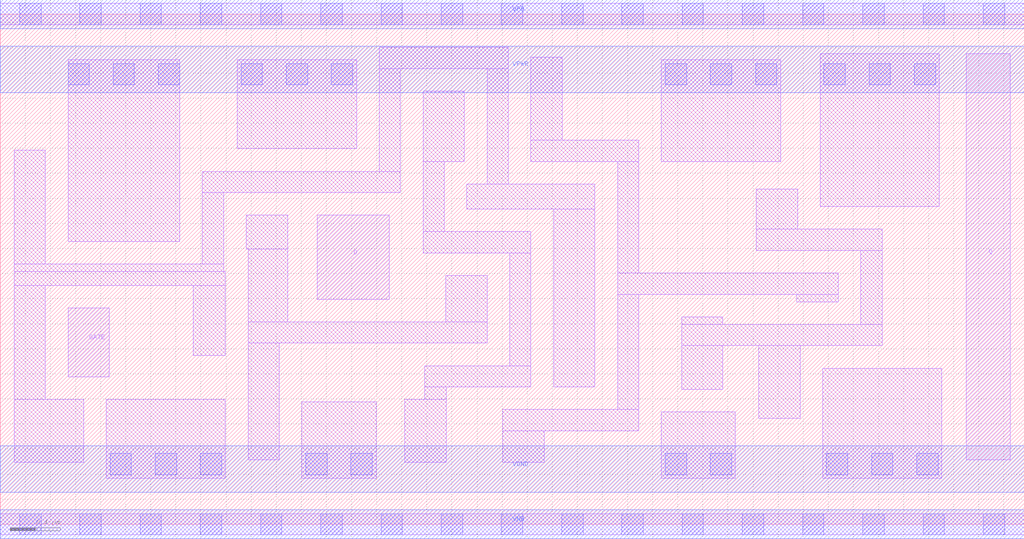
<source format=lef>
# Copyright 2020 The SkyWater PDK Authors
#
# Licensed under the Apache License, Version 2.0 (the "License");
# you may not use this file except in compliance with the License.
# You may obtain a copy of the License at
#
#     https://www.apache.org/licenses/LICENSE-2.0
#
# Unless required by applicable law or agreed to in writing, software
# distributed under the License is distributed on an "AS IS" BASIS,
# WITHOUT WARRANTIES OR CONDITIONS OF ANY KIND, either express or implied.
# See the License for the specific language governing permissions and
# limitations under the License.
#
# SPDX-License-Identifier: Apache-2.0

VERSION 5.7 ;
  NOWIREEXTENSIONATPIN ON ;
  DIVIDERCHAR "/" ;
  BUSBITCHARS "[]" ;
MACRO sky130_fd_sc_hvl__dlxtp_1
  CLASS CORE ;
  FOREIGN sky130_fd_sc_hvl__dlxtp_1 ;
  ORIGIN  0.000000  0.000000 ;
  SIZE  8.160000 BY  4.070000 ;
  SYMMETRY X Y ;
  SITE unithv ;
  PIN D
    ANTENNAGATEAREA  0.585000 ;
    DIRECTION INPUT ;
    USE SIGNAL ;
    PORT
      LAYER li1 ;
        RECT 2.525000 1.795000 3.100000 2.465000 ;
    END
  END D
  PIN Q
    ANTENNADIFFAREA  0.626250 ;
    DIRECTION OUTPUT ;
    USE SIGNAL ;
    PORT
      LAYER li1 ;
        RECT 7.700000 0.515000 8.050000 3.755000 ;
    END
  END Q
  PIN GATE
    ANTENNAGATEAREA  0.585000 ;
    DIRECTION INPUT ;
    USE CLOCK ;
    PORT
      LAYER li1 ;
        RECT 0.540000 1.175000 0.870000 1.725000 ;
    END
  END GATE
  PIN VGND
    DIRECTION INOUT ;
    USE GROUND ;
    PORT
      LAYER met1 ;
        RECT 0.000000 0.255000 8.160000 0.625000 ;
    END
  END VGND
  PIN VNB
    DIRECTION INOUT ;
    USE GROUND ;
    PORT
      LAYER met1 ;
        RECT 0.000000 -0.115000 8.160000 0.115000 ;
    END
  END VNB
  PIN VPB
    DIRECTION INOUT ;
    USE POWER ;
    PORT
      LAYER met1 ;
        RECT 0.000000 3.955000 8.160000 4.185000 ;
    END
  END VPB
  PIN VPWR
    DIRECTION INOUT ;
    USE POWER ;
    PORT
      LAYER met1 ;
        RECT 0.000000 3.445000 8.160000 3.815000 ;
    END
  END VPWR
  OBS
    LAYER li1 ;
      RECT 0.000000 -0.085000 8.160000 0.085000 ;
      RECT 0.000000  3.985000 8.160000 4.155000 ;
      RECT 0.110000  0.495000 0.665000 0.995000 ;
      RECT 0.110000  0.995000 0.360000 1.905000 ;
      RECT 0.110000  1.905000 1.795000 2.015000 ;
      RECT 0.110000  2.015000 1.780000 2.075000 ;
      RECT 0.110000  2.075000 0.360000 2.985000 ;
      RECT 0.540000  2.255000 1.430000 3.705000 ;
      RECT 0.845000  0.365000 1.795000 0.995000 ;
      RECT 1.540000  1.345000 1.795000 1.905000 ;
      RECT 1.610000  2.075000 1.780000 2.645000 ;
      RECT 1.610000  2.645000 3.190000 2.815000 ;
      RECT 1.890000  2.995000 2.840000 3.705000 ;
      RECT 1.960000  2.195000 2.290000 2.465000 ;
      RECT 1.975000  0.515000 2.225000 1.445000 ;
      RECT 1.975000  1.445000 3.880000 1.615000 ;
      RECT 1.975000  1.615000 2.290000 2.195000 ;
      RECT 2.405000  0.365000 2.995000 0.975000 ;
      RECT 3.020000  2.815000 3.190000 3.635000 ;
      RECT 3.020000  3.635000 4.050000 3.805000 ;
      RECT 3.225000  0.495000 3.555000 0.995000 ;
      RECT 3.370000  2.165000 4.230000 2.335000 ;
      RECT 3.370000  2.335000 3.540000 2.895000 ;
      RECT 3.370000  2.895000 3.700000 3.455000 ;
      RECT 3.385000  0.995000 3.555000 1.095000 ;
      RECT 3.385000  1.095000 4.230000 1.265000 ;
      RECT 3.550000  1.615000 3.880000 1.985000 ;
      RECT 3.720000  2.515000 4.740000 2.715000 ;
      RECT 3.880000  2.715000 4.050000 3.635000 ;
      RECT 4.005000  0.495000 4.335000 0.745000 ;
      RECT 4.005000  0.745000 5.090000 0.915000 ;
      RECT 4.060000  1.265000 4.230000 2.165000 ;
      RECT 4.230000  2.895000 5.090000 3.065000 ;
      RECT 4.230000  3.065000 4.480000 3.725000 ;
      RECT 4.410000  1.095000 4.740000 2.515000 ;
      RECT 4.920000  0.915000 5.090000 1.835000 ;
      RECT 4.920000  1.835000 6.680000 2.005000 ;
      RECT 4.920000  2.005000 5.090000 2.895000 ;
      RECT 5.270000  0.365000 5.860000 0.895000 ;
      RECT 5.270000  2.895000 6.220000 3.705000 ;
      RECT 5.430000  1.075000 5.760000 1.425000 ;
      RECT 5.430000  1.425000 7.030000 1.595000 ;
      RECT 5.430000  1.595000 5.760000 1.655000 ;
      RECT 6.025000  2.185000 7.030000 2.355000 ;
      RECT 6.025000  2.355000 6.355000 2.675000 ;
      RECT 6.045000  0.845000 6.375000 1.425000 ;
      RECT 6.350000  1.775000 6.680000 1.835000 ;
      RECT 6.535000  2.535000 7.485000 3.755000 ;
      RECT 6.555000  0.365000 7.505000 1.245000 ;
      RECT 6.860000  1.595000 7.030000 2.185000 ;
    LAYER mcon ;
      RECT 0.155000 -0.085000 0.325000 0.085000 ;
      RECT 0.155000  3.985000 0.325000 4.155000 ;
      RECT 0.540000  3.505000 0.710000 3.675000 ;
      RECT 0.635000 -0.085000 0.805000 0.085000 ;
      RECT 0.635000  3.985000 0.805000 4.155000 ;
      RECT 0.875000  0.395000 1.045000 0.565000 ;
      RECT 0.900000  3.505000 1.070000 3.675000 ;
      RECT 1.115000 -0.085000 1.285000 0.085000 ;
      RECT 1.115000  3.985000 1.285000 4.155000 ;
      RECT 1.235000  0.395000 1.405000 0.565000 ;
      RECT 1.260000  3.505000 1.430000 3.675000 ;
      RECT 1.595000 -0.085000 1.765000 0.085000 ;
      RECT 1.595000  0.395000 1.765000 0.565000 ;
      RECT 1.595000  3.985000 1.765000 4.155000 ;
      RECT 1.920000  3.505000 2.090000 3.675000 ;
      RECT 2.075000 -0.085000 2.245000 0.085000 ;
      RECT 2.075000  3.985000 2.245000 4.155000 ;
      RECT 2.280000  3.505000 2.450000 3.675000 ;
      RECT 2.435000  0.395000 2.605000 0.565000 ;
      RECT 2.555000 -0.085000 2.725000 0.085000 ;
      RECT 2.555000  3.985000 2.725000 4.155000 ;
      RECT 2.640000  3.505000 2.810000 3.675000 ;
      RECT 2.795000  0.395000 2.965000 0.565000 ;
      RECT 3.035000 -0.085000 3.205000 0.085000 ;
      RECT 3.035000  3.985000 3.205000 4.155000 ;
      RECT 3.515000 -0.085000 3.685000 0.085000 ;
      RECT 3.515000  3.985000 3.685000 4.155000 ;
      RECT 3.995000 -0.085000 4.165000 0.085000 ;
      RECT 3.995000  3.985000 4.165000 4.155000 ;
      RECT 4.475000 -0.085000 4.645000 0.085000 ;
      RECT 4.475000  3.985000 4.645000 4.155000 ;
      RECT 4.955000 -0.085000 5.125000 0.085000 ;
      RECT 4.955000  3.985000 5.125000 4.155000 ;
      RECT 5.300000  0.395000 5.470000 0.565000 ;
      RECT 5.300000  3.505000 5.470000 3.675000 ;
      RECT 5.435000 -0.085000 5.605000 0.085000 ;
      RECT 5.435000  3.985000 5.605000 4.155000 ;
      RECT 5.660000  0.395000 5.830000 0.565000 ;
      RECT 5.660000  3.505000 5.830000 3.675000 ;
      RECT 5.915000 -0.085000 6.085000 0.085000 ;
      RECT 5.915000  3.985000 6.085000 4.155000 ;
      RECT 6.020000  3.505000 6.190000 3.675000 ;
      RECT 6.395000 -0.085000 6.565000 0.085000 ;
      RECT 6.395000  3.985000 6.565000 4.155000 ;
      RECT 6.565000  3.505000 6.735000 3.675000 ;
      RECT 6.585000  0.395000 6.755000 0.565000 ;
      RECT 6.875000 -0.085000 7.045000 0.085000 ;
      RECT 6.875000  3.985000 7.045000 4.155000 ;
      RECT 6.925000  3.505000 7.095000 3.675000 ;
      RECT 6.945000  0.395000 7.115000 0.565000 ;
      RECT 7.285000  3.505000 7.455000 3.675000 ;
      RECT 7.305000  0.395000 7.475000 0.565000 ;
      RECT 7.355000 -0.085000 7.525000 0.085000 ;
      RECT 7.355000  3.985000 7.525000 4.155000 ;
      RECT 7.835000 -0.085000 8.005000 0.085000 ;
      RECT 7.835000  3.985000 8.005000 4.155000 ;
  END
END sky130_fd_sc_hvl__dlxtp_1
END LIBRARY

</source>
